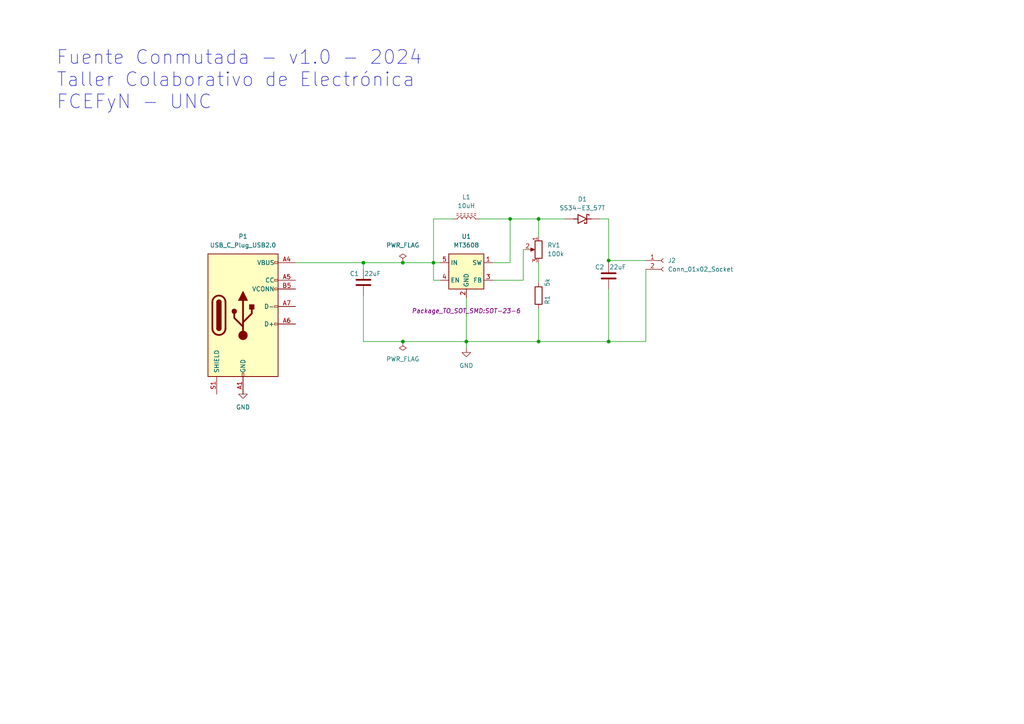
<source format=kicad_sch>
(kicad_sch (version 20230121) (generator eeschema)
  (paper "A4")
  (lib_symbols
    (symbol "Connector:Conn_01x02_Socket" (pin_names (offset 1.016) hide)
      (property "Reference" "J" (at 0 2.54 0))
      (property "Value" "Conn_01x02_Socket" (at 0 -5.08 0))
      (symbol "Conn_01x02_Socket_1_1"
        (arc (start 0 -2.032) (mid -0.5058 -2.54) (end 0 -3.048) (stroke (width 0.1524)))
        (polyline (pts (xy -1.27 -2.54) (xy -0.508 -2.54)) (stroke (width 0.1524)))
        (polyline (pts (xy -1.27 0) (xy -0.508 0)) (stroke (width 0.1524)))
        (arc (start 0 0.508) (mid -0.5058 0) (end 0 -0.508) (stroke (width 0.1524)))
        (pin passive line (at -5.08 0 0) (length 3.81) (name "Pin_1") (number "1"))
        (pin passive line (at -5.08 -2.54 0) (length 3.81) (name "Pin_2") (number "2"))
      )
    )
    (symbol "Connector:USB_C_Plug_USB2.0" (pin_names (offset 1.016))
      (property "Reference" "P" (at -10.16 19.05 0))
      (property "Value" "USB_C_Plug_USB2.0" (at 12.7 19.05 0))
      (symbol "USB_C_Plug_USB2.0_0_0"
        (rectangle (start -0.254 -17.78) (end 0.254 -16.764))
        (rectangle (start 10.16 -2.286) (end 9.144 -2.794))
        (rectangle (start 10.16 2.794) (end 9.144 2.286))
        (rectangle (start 10.16 7.874) (end 9.144 7.366))
        (rectangle (start 10.16 10.414) (end 9.144 9.906))
        (rectangle (start 10.16 15.494) (end 9.144 14.986))
      )
      (symbol "USB_C_Plug_USB2.0_0_1"
        (rectangle (start -10.16 17.78) (end 10.16 -17.78) (stroke (width 0.254)) (fill (type background)))
        (arc (start -8.89 -3.81) (mid -6.985 -5.7067) (end -5.08 -3.81) (stroke (width 0.508)))
        (arc (start -7.62 -3.81) (mid -6.985 -4.4423) (end -6.35 -3.81) (stroke (width 0.254)))
        (arc (start -7.62 -3.81) (mid -6.985 -4.4423) (end -6.35 -3.81) (stroke (width 0.254)) (fill (type outline)))
        (rectangle (start -7.62 -3.81) (end -6.35 3.81) (stroke (width 0.254)) (fill (type outline)))
        (arc (start -6.35 3.81) (mid -6.985 4.4423) (end -7.62 3.81) (stroke (width 0.254)))
        (arc (start -6.35 3.81) (mid -6.985 4.4423) (end -7.62 3.81) (stroke (width 0.254)) (fill (type outline)))
        (arc (start -5.08 3.81) (mid -6.985 5.7067) (end -8.89 3.81) (stroke (width 0.508)))
        (circle (center -2.54 1.143) (radius 0.635) (stroke (width 0.254)) (fill (type outline)))
        (circle (center 0 -5.842) (radius 1.27) (fill (type outline)))
        (polyline (pts (xy -8.89 -3.81) (xy -8.89 3.81)) (stroke (width 0.508)))
        (polyline (pts (xy -5.08 3.81) (xy -5.08 -3.81)) (stroke (width 0.508)))
        (polyline (pts (xy 0 -5.842) (xy 0 4.318)) (stroke (width 0.508)))
        (polyline (pts (xy 0 -3.302) (xy -2.54 -0.762) (xy -2.54 0.508)) (stroke (width 0.508)))
        (polyline (pts (xy 0 -2.032) (xy 2.54 0.508) (xy 2.54 1.778)) (stroke (width 0.508)))
        (polyline (pts (xy -1.27 4.318) (xy 0 6.858) (xy 1.27 4.318) (xy -1.27 4.318)) (stroke (width 0.254)) (fill (type outline)))
        (rectangle (start 1.905 1.778) (end 3.175 3.048) (stroke (width 0.254)) (fill (type outline)))
      )
      (symbol "USB_C_Plug_USB2.0_1_1"
        (pin passive line (at 0 -22.86 90) (length 5.08) (name "GND") (number "A1"))
        (pin passive line (at 0 -22.86 90) (length 5.08) hide (name "GND") (number "A12"))
        (pin passive line (at 15.24 15.24 180) (length 5.08) (name "VBUS") (number "A4"))
        (pin bidirectional line (at 15.24 10.16 180) (length 5.08) (name "CC") (number "A5"))
        (pin bidirectional line (at 15.24 -2.54 180) (length 5.08) (name "D+") (number "A6"))
        (pin bidirectional line (at 15.24 2.54 180) (length 5.08) (name "D-") (number "A7"))
        (pin passive line (at 15.24 15.24 180) (length 5.08) hide (name "VBUS") (number "A9"))
        (pin passive line (at 0 -22.86 90) (length 5.08) hide (name "GND") (number "B1"))
        (pin passive line (at 0 -22.86 90) (length 5.08) hide (name "GND") (number "B12"))
        (pin passive line (at 15.24 15.24 180) (length 5.08) hide (name "VBUS") (number "B4"))
        (pin bidirectional line (at 15.24 7.62 180) (length 5.08) (name "VCONN") (number "B5"))
        (pin passive line (at 15.24 15.24 180) (length 5.08) hide (name "VBUS") (number "B9"))
        (pin passive line (at -7.62 -22.86 90) (length 5.08) (name "SHIELD") (number "S1"))
      )
    )
    (symbol "Device:C" (pin_numbers hide) (pin_names (offset 0.254))
      (property "Reference" "C" (at 0.635 2.54 0))
      (property "Value" "C" (at 0.635 -2.54 0))
      (symbol "C_0_1"
        (polyline (pts (xy -2.032 -0.762) (xy 2.032 -0.762)) (stroke (width 0.508)))
        (polyline (pts (xy -2.032 0.762) (xy 2.032 0.762)) (stroke (width 0.508)))
      )
      (symbol "C_1_1"
        (pin passive line (at 0 3.81 270) (length 2.794) (name "~") (number "1"))
        (pin passive line (at 0 -3.81 90) (length 2.794) (name "~") (number "2"))
      )
    )
    (symbol "Device:L_Ferrite" (pin_numbers hide) (pin_names (offset 1.016) hide)
      (property "Reference" "L" (at -1.27 0 90))
      (property "Value" "L_Ferrite" (at 2.794 0 90))
      (symbol "L_Ferrite_0_1"
        (arc (start 0 -2.54) (mid 0.6323 -1.905) (end 0 -1.27))
        (arc (start 0 -1.27) (mid 0.6323 -0.635) (end 0 0))
        (polyline (pts (xy 1.016 -2.794) (xy 1.016 -2.286)))
        (polyline (pts (xy 1.016 -1.778) (xy 1.016 -1.27)))
        (polyline (pts (xy 1.016 -0.762) (xy 1.016 -0.254)))
        (polyline (pts (xy 1.016 0.254) (xy 1.016 0.762)))
        (polyline (pts (xy 1.016 1.27) (xy 1.016 1.778)))
        (polyline (pts (xy 1.016 2.286) (xy 1.016 2.794)))
        (polyline (pts (xy 1.524 -2.286) (xy 1.524 -2.794)))
        (polyline (pts (xy 1.524 -1.27) (xy 1.524 -1.778)))
        (polyline (pts (xy 1.524 -0.254) (xy 1.524 -0.762)))
        (polyline (pts (xy 1.524 0.762) (xy 1.524 0.254)))
        (polyline (pts (xy 1.524 1.778) (xy 1.524 1.27)))
        (polyline (pts (xy 1.524 2.794) (xy 1.524 2.286)))
        (arc (start 0 0) (mid 0.6323 0.635) (end 0 1.27))
        (arc (start 0 1.27) (mid 0.6323 1.905) (end 0 2.54))
      )
      (symbol "L_Ferrite_1_1"
        (pin passive line (at 0 3.81 270) (length 1.27) (name "1") (number "1"))
        (pin passive line (at 0 -3.81 90) (length 1.27) (name "2") (number "2"))
      )
    )
    (symbol "Device:R" (pin_numbers hide) (pin_names (offset 0))
      (property "Reference" "R" (at 2.032 0 90))
      (property "Value" "R" (at 0 0 90))
      (symbol "R_0_1"
        (rectangle (start -1.016 -2.54) (end 1.016 2.54) (stroke (width 0.254)))
      )
      (symbol "R_1_1"
        (pin passive line (at 0 3.81 270) (length 1.27) (name "~") (number "1"))
        (pin passive line (at 0 -3.81 90) (length 1.27) (name "~") (number "2"))
      )
    )
    (symbol "Device:R_Potentiometer" (pin_names (offset 1.016) hide)
      (property "Reference" "RV" (at -4.445 0 90))
      (property "Value" "R_Potentiometer" (at -2.54 0 90))
      (symbol "R_Potentiometer_0_1"
        (polyline (pts (xy 2.54 0) (xy 1.524 0)))
        (polyline (pts (xy 1.143 0) (xy 2.286 0.508) (xy 2.286 -0.508) (xy 1.143 0)) (fill (type outline)))
        (rectangle (start 1.016 2.54) (end -1.016 -2.54) (stroke (width 0.254)))
      )
      (symbol "R_Potentiometer_1_1"
        (pin passive line (at 0 3.81 270) (length 1.27) (name "1") (number "1"))
        (pin passive line (at 3.81 0 180) (length 1.27) (name "2") (number "2"))
        (pin passive line (at 0 -3.81 90) (length 1.27) (name "3") (number "3"))
      )
    )
    (symbol "Regulator_Switching:MT3608"
      (property "Reference" "U" (at -2.54 8.89 0))
      (property "Value" "MT3608" (at -3.81 6.35 0))
      (symbol "MT3608_0_1"
        (rectangle (start -5.08 5.08) (end 5.08 -5.08) (stroke (width 0.254)) (fill (type background)))
      )
      (symbol "MT3608_1_1"
        (pin passive line (at 7.62 2.54 180) (length 2.54) (name "SW") (number "1"))
        (pin power_in line (at 0 -7.62 90) (length 2.54) (name "GND") (number "2"))
        (pin input line (at 7.62 -2.54 180) (length 2.54) (name "FB") (number "3"))
        (pin input line (at -7.62 -2.54 0) (length 2.54) (name "EN") (number "4"))
        (pin power_in line (at -7.62 2.54 0) (length 2.54) (name "IN") (number "5"))
        (pin no_connect line (at 5.08 0 180) (length 2.54) hide (name "NC") (number "6"))
      )
    )
    (symbol "SS34-E3_57T:SS34-E3_57T" (pin_numbers hide) (pin_names (offset 1.016) hide)
      (property "Reference" "D" (at -5.08 2.54 0))
      (property "Value" "SS34-E3_57T" (at -5.08 -3.81 0))
      (symbol "SS34-E3_57T_0_0"
        (polyline (pts (xy -2.54 0) (xy -1.27 0)) (stroke (width 0.254)))
        (polyline (pts (xy -1.27 -1.27) (xy 1.27 0)) (stroke (width 0.254)))
        (polyline (pts (xy -1.27 0) (xy -1.27 -1.27)) (stroke (width 0.254)))
        (polyline (pts (xy -1.27 1.27) (xy -1.27 0)) (stroke (width 0.254)))
        (polyline (pts (xy 0.635 -1.016) (xy 0.635 -1.27)) (stroke (width 0.254)))
        (polyline (pts (xy 1.27 -1.27) (xy 0.635 -1.27)) (stroke (width 0.254)))
        (polyline (pts (xy 1.27 0) (xy -1.27 1.27)) (stroke (width 0.254)))
        (polyline (pts (xy 1.27 0) (xy 1.27 -1.27)) (stroke (width 0.254)))
        (polyline (pts (xy 1.27 1.27) (xy 1.27 0)) (stroke (width 0.254)))
        (polyline (pts (xy 1.905 1.27) (xy 1.27 1.27)) (stroke (width 0.254)))
        (polyline (pts (xy 1.905 1.27) (xy 1.905 1.016)) (stroke (width 0.254)))
        (polyline (pts (xy 2.54 0) (xy 1.27 0)) (stroke (width 0.254)))
        (pin passive line (at -5.08 0 0) (length 2.54) (name "~") (number "A"))
        (pin passive line (at 5.08 0 180) (length 2.54) (name "~") (number "C"))
      )
    )
    (symbol "power:GND" (power) (pin_names (offset 0))
      (property "Value" "GND" (at 0 -3.81 0))
      (symbol "GND_0_1"
        (polyline (pts (xy 0 0) (xy 0 -1.27) (xy 1.27 -1.27) (xy 0 -2.54) (xy -1.27 -1.27) (xy 0 -1.27)))
      )
      (symbol "GND_1_1"
        (pin power_in line (at 0 0 270) (length 0) hide (name "GND") (number "1"))
      )
    )
    (symbol "power:PWR_FLAG" (power) (pin_numbers hide) (pin_names (offset 0) hide)
      (property "Value" "PWR_FLAG" (at 0 3.81 0))
      (symbol "PWR_FLAG_0_0"
        (pin power_out line (at 0 0 90) (length 0) (name "pwr") (number "1"))
      )
      (symbol "PWR_FLAG_0_1"
        (polyline (pts (xy 0 0) (xy 0 1.27) (xy -1.016 1.905) (xy 0 2.54) (xy 1.016 1.905) (xy 0 1.27)))
      )
    )
  )
  (junction (at 147.955 63.5))
  (junction (at 135.255 99.06))
  (junction (at 105.41 76.2))
  (junction (at 176.53 99.06))
  (junction (at 156.21 63.5))
  (junction (at 156.21 99.06))
  (junction (at 116.84 76.2))
  (junction (at 125.73 76.2))
  (junction (at 116.84 99.06))
  (junction (at 176.53 75.565))
  (wire (pts (xy 176.53 75.565) (xy 187.325 75.565)))
  (wire (pts (xy 147.955 63.5) (xy 156.21 63.5)))
  (wire (pts (xy 85.725 76.2) (xy 105.41 76.2)))
  (wire (pts (xy 151.765 72.39) (xy 152.4 72.39)))
  (wire (pts (xy 156.21 63.5) (xy 156.21 68.58)))
  (wire (pts (xy 125.73 63.5) (xy 131.445 63.5)))
  (wire (pts (xy 156.21 76.2) (xy 156.21 81.915)))
  (wire (pts (xy 135.255 99.06) (xy 156.21 99.06)))
  (wire (pts (xy 176.53 83.82) (xy 176.53 99.06)))
  (wire (pts (xy 116.84 76.2) (xy 125.73 76.2)))
  (wire (pts (xy 151.765 72.39) (xy 151.765 81.28)))
  (wire (pts (xy 105.41 99.06) (xy 116.84 99.06)))
  (wire (pts (xy 105.41 78.105) (xy 105.41 76.2)))
  (wire (pts (xy 105.41 76.2) (xy 116.84 76.2)))
  (wire (pts (xy 139.065 63.5) (xy 147.955 63.5)))
  (wire (pts (xy 187.325 99.06) (xy 176.53 99.06)))
  (wire (pts (xy 147.955 76.2) (xy 142.875 76.2)))
  (wire (pts (xy 156.21 89.535) (xy 156.21 99.06)))
  (wire (pts (xy 187.325 78.105) (xy 187.325 99.06)))
  (wire (pts (xy 151.765 81.28) (xy 142.875 81.28)))
  (wire (pts (xy 127.635 81.28) (xy 125.73 81.28)))
  (wire (pts (xy 125.73 76.2) (xy 127.635 76.2)))
  (wire (pts (xy 135.255 86.36) (xy 135.255 99.06)))
  (wire (pts (xy 156.21 99.06) (xy 176.53 99.06)))
  (wire (pts (xy 173.99 63.5) (xy 176.53 63.5)))
  (wire (pts (xy 125.73 81.28) (xy 125.73 76.2)))
  (wire (pts (xy 105.41 85.725) (xy 105.41 99.06)))
  (wire (pts (xy 176.53 63.5) (xy 176.53 75.565)))
  (wire (pts (xy 125.73 76.2) (xy 125.73 63.5)))
  (wire (pts (xy 135.255 99.06) (xy 135.255 100.965)))
  (wire (pts (xy 116.84 99.06) (xy 135.255 99.06)))
  (wire (pts (xy 176.53 75.565) (xy 176.53 76.2)))
  (wire (pts (xy 70.485 114.3) (xy 70.485 113.03)))
  (wire (pts (xy 147.955 63.5) (xy 147.955 76.2)))
  (wire (pts (xy 156.21 63.5) (xy 163.83 63.5)))
  (text "Fuente Conmutada - v1.0 - 2024\nTaller Colaborativo de Electrónica\nFCEFyN - UNC" (at 16.256 32.004 0) (effects (font (size 4 4)) (justify left bottom)))
  (symbol (lib_id "Device:C") (at 176.53 80.01 180) (unit 1)
    (property "Reference" "C2" (at 175.26 77.47 0) (effects (justify left)))
    (property "Value" "22uF" (at 181.61 77.47 0) (effects (justify left)))
    (property "Footprint" "Capacitor_SMD:C_1206_3216Metric_Pad1.33x1.80mm_HandSolder" (effects hide))
  )
  (symbol (lib_id "Regulator_Switching:MT3608") (at 135.255 78.74 0) (unit 1)
    (property "Reference" "U1" (at 135.255 68.58 0))
    (property "Value" "MT3608" (at 135.255 71.12 0))
    (property "Footprint" "Package_TO_SOT_SMD:SOT-23-6" (at 119.38 90.17 0) (effects (font italic) (justify left)))
    (property "Datasheet" "https://www.olimex.com/Products/Breadboarding/BB-PWR-3608/resources/MT3608.pdf" (effects hide))
  )
  (symbol (lib_id "Device:R") (at 156.21 85.725 0) (unit 1)
    (property "Reference" "R1" (at 158.75 86.995 90))
    (property "Value" "5k" (at 158.75 81.915 90))
    (property "Footprint" "Resistor_SMD:R_1206_3216Metric_Pad1.30x1.75mm_HandSolder" (effects hide))
  )
  (symbol (lib_id "power:PWR_FLAG") (at 116.84 76.2 0) (unit 1)
    (property "Reference" "#FLG02" (effects hide))
    (property "Value" "PWR_FLAG" (at 116.84 71.12 0))
  )
  (symbol (lib_id "Device:C") (at 105.41 81.915 180) (unit 1)
    (property "Reference" "C1" (at 104.14 79.375 0) (effects (justify left)))
    (property "Value" "22uF" (at 110.49 79.375 0) (effects (justify left)))
    (property "Footprint" "Capacitor_SMD:C_1206_3216Metric_Pad1.33x1.80mm_HandSolder" (effects hide))
  )
  (symbol (lib_id "power:GND") (at 135.255 100.965 0) (unit 1)
    (property "Reference" "#PWR01" (effects hide))
    (property "Value" "GND" (at 135.255 106.045 0))
  )
  (symbol (lib_id "Device:L_Ferrite") (at 135.255 63.5 90) (unit 1)
    (property "Reference" "L1" (at 135.255 57.15 90))
    (property "Value" "10uH" (at 135.255 59.69 90))
    (property "Footprint" "Inductor_SMD:L_Taiyo-Yuden_NR-80xx_HandSoldering" (effects hide))
  )
  (symbol (lib_id "SS34-E3_57T:SS34-E3_57T") (at 168.91 63.5 0) (unit 1)
    (property "Reference" "D1" (at 168.91 57.785 0))
    (property "Value" "SS34-E3_57T" (at 168.91 60.325 0))
    (property "Footprint" "Diode_SMD:D_SMC_Handsoldering" (effects hide))
    (property "PARTREV" "N/A" (effects hide))
    (property "MANUFACTURER" "VISHAY" (effects hide))
    (property "MAXIMUM_PACKAGE_HEIGHT" "2.62mm" (effects hide))
    (property "STANDARD" "IPC 7351B" (effects hide))
  )
  (symbol (lib_id "Connector:USB_C_Plug_USB2.0") (at 70.485 91.44 0) (unit 1)
    (property "Reference" "P1" (at 70.485 68.58 0))
    (property "Value" "USB_C_Plug_USB2.0" (at 70.485 71.12 0))
    (property "Footprint" "Connector_USB:USB_C_Receptacle_GCT_USB4105-xx-A_16P_TopMnt_Horizontal" (effects hide))
    (property "Datasheet" "https://www.usb.org/sites/default/files/documents/usb_type-c.zip" (effects hide))
  )
  (symbol (lib_id "power:GND") (at 70.485 113.03 0) (unit 1)
    (property "Reference" "#PWR02" (effects hide))
    (property "Value" "GND" (at 70.485 118.11 0))
  )
  (symbol (lib_id "power:PWR_FLAG") (at 116.84 99.06 180) (unit 1)
    (property "Reference" "#FLG01" (effects hide))
    (property "Value" "PWR_FLAG" (at 116.84 104.14 0))
  )
  (symbol (lib_id "Connector:Conn_01x02_Socket") (at 192.405 75.565 0) (unit 1)
    (property "Reference" "J2" (at 193.675 75.565 0) (effects (justify left)))
    (property "Value" "Conn_01x02_Socket" (at 193.675 78.105 0) (effects (justify left)))
    (property "Footprint" "Connector_PinSocket_2.54mm:PinSocket_1x02_P2.54mm_Vertical" (effects hide))
  )
  (symbol (lib_id "Device:R_Potentiometer") (at 156.21 72.39 0) (mirror y) (unit 1)
    (property "Reference" "RV1" (at 158.75 71.12 0) (effects (justify right)))
    (property "Value" "100k" (at 158.75 73.66 0) (effects (justify right)))
    (property "Footprint" "Potentiometer_THT:Potentiometer_Bourns_3299W_Vertical" (effects hide))
  )
)
</source>
